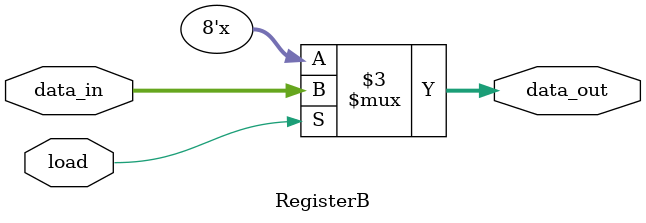
<source format=v>
module RegisterB(input [7:0] data_in, input load, output reg [7:0] data_out);
    always @(*) begin
        if (load)
            data_out = data_in;
    end
endmodule
</source>
